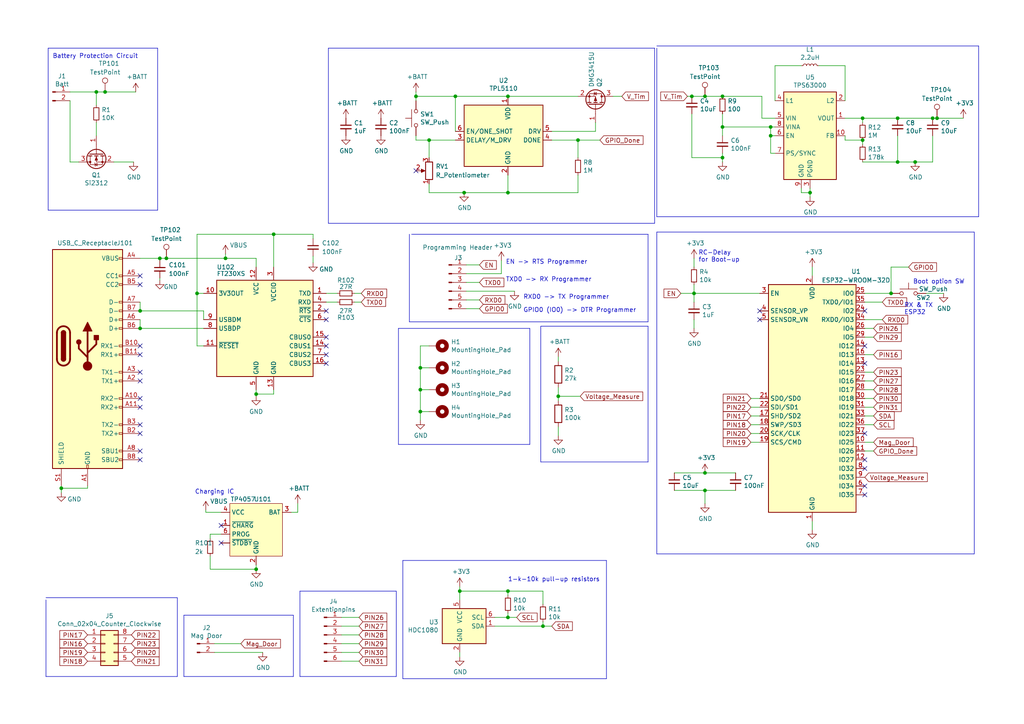
<source format=kicad_sch>
(kicad_sch (version 20231120) (generator "eeschema") (generator_version "8.0")
  (paper "A4")
  (title_block (title "Sensor Node") (date "2023-08-21") (rev "V2.00"))
  (junction (at 147.32 27.94))
  (junction (at 157.48 181.61))
  (junction (at 132.08 27.94))
  (junction (at 30.48 26.67))
  (junction (at 121.92 106.68))
  (junction (at 223.52 36.83))
  (junction (at 260.35 34.29))
  (junction (at 74.295 165.1))
  (junction (at 161.925 114.935))
  (junction (at 40.64 95.25))
  (junction (at 250.19 34.29))
  (junction (at 167.64 40.64))
  (junction (at 147.32 55.88))
  (junction (at 260.35 46.99))
  (junction (at 133.35 171.45))
  (junction (at 17.78 141.605))
  (junction (at 74.295 114.3))
  (junction (at 271.78 34.29))
  (junction (at 270.51 34.29))
  (junction (at 46.355 74.93))
  (junction (at 48.26 74.93))
  (junction (at 27.94 26.67))
  (junction (at 209.55 27.94))
  (junction (at 204.47 137.16))
  (junction (at 147.32 171.45))
  (junction (at 223.52 39.37))
  (junction (at 265.43 46.99))
  (junction (at 57.15 85.09))
  (junction (at 134.62 55.88))
  (junction (at 201.295 85.09))
  (junction (at 124.46 40.64))
  (junction (at 209.55 36.83))
  (junction (at 79.375 67.945))
  (junction (at 65.405 74.93))
  (junction (at 121.92 113.03))
  (junction (at 209.55 45.72))
  (junction (at 40.64 90.17))
  (junction (at 204.47 27.94))
  (junction (at 250.19 40.64))
  (junction (at 120.65 27.94))
  (junction (at 204.47 142.24))
  (junction (at 234.95 55.88))
  (junction (at 121.92 119.38))
  (junction (at 200.66 27.94))
  (junction (at 147.32 179.07))
  (junction (at 258.445 85.09))
  (no_connect (at 250.825 90.17))
  (no_connect (at 250.825 135.89))
  (no_connect (at 250.825 125.73))
  (no_connect (at 40.64 133.35))
  (no_connect (at 40.64 130.81))
  (no_connect (at 40.64 125.73))
  (no_connect (at 40.64 123.19))
  (no_connect (at 40.64 110.49))
  (no_connect (at 40.64 118.11))
  (no_connect (at 40.64 115.57))
  (no_connect (at 40.64 100.33))
  (no_connect (at 40.64 102.87))
  (no_connect (at 40.64 107.95))
  (no_connect (at 220.345 90.17))
  (no_connect (at 250.825 100.33))
  (no_connect (at 94.615 90.17))
  (no_connect (at 94.615 92.71))
  (no_connect (at 94.615 97.79))
  (no_connect (at 94.615 100.33))
  (no_connect (at 94.615 102.87))
  (no_connect (at 94.615 105.41))
  (no_connect (at 250.825 133.35))
  (no_connect (at 40.64 80.01))
  (no_connect (at 40.64 82.55))
  (no_connect (at 250.825 105.41))
  (no_connect (at 220.345 92.71))
  (no_connect (at 120.65 49.53))
  (no_connect (at 64.135 157.48))
  (no_connect (at 64.135 152.4))
  (no_connect (at 250.825 143.51))
  (no_connect (at 250.825 140.97))
  (wire (pts (xy 234.95 54.61) (xy 234.95 55.88)))
  (wire (pts (xy 121.92 121.92) (xy 121.92 119.38)))
  (polyline (pts (xy 118.745 67.945) (xy 118.745 93.345)))
  (polyline (pts (xy 189.865 64.77) (xy 189.865 13.97)))
  (wire (pts (xy 90.805 74.295) (xy 90.805 76.2)))
  (wire (pts (xy 48.26 74.93) (xy 65.405 74.93)))
  (wire (pts (xy 134.62 55.88) (xy 147.32 55.88)))
  (wire (pts (xy 57.15 67.945) (xy 79.375 67.945)))
  (wire (pts (xy 74.295 114.3) (xy 74.295 114.935)))
  (wire (pts (xy 104.14 189.23) (xy 99.06 189.23)))
  (wire (pts (xy 17.78 141.605) (xy 17.78 142.875)))
  (wire (pts (xy 65.405 73.66) (xy 65.405 74.93)))
  (wire (pts (xy 59.055 100.33) (xy 57.15 100.33)))
  (wire (pts (xy 220.98 27.94) (xy 220.98 34.29)))
  (wire (pts (xy 223.52 36.83) (xy 223.52 39.37)))
  (wire (pts (xy 201.295 85.09) (xy 201.295 87.63)))
  (polyline (pts (xy 282.575 160.655) (xy 282.575 67.31)))
  (wire (pts (xy 235.585 153.67) (xy 235.585 151.13)))
  (wire (pts (xy 59.055 85.09) (xy 57.15 85.09)))
  (wire (pts (xy 120.65 27.94) (xy 120.65 29.21)))
  (wire (pts (xy 33.02 46.99) (xy 38.735 46.99)))
  (wire (pts (xy 255.905 87.63) (xy 250.825 87.63)))
  (wire (pts (xy 224.79 36.83) (xy 223.52 36.83)))
  (polyline (pts (xy 13.335 173.355) (xy 51.435 173.355)))
  (wire (pts (xy 161.925 114.935) (xy 168.275 114.935)))
  (polyline (pts (xy 95.25 13.97) (xy 95.25 64.77)))
  (wire (pts (xy 40.64 95.25) (xy 59.055 95.25)))
  (wire (pts (xy 147.32 55.88) (xy 147.32 50.8)))
  (wire (pts (xy 253.365 123.19) (xy 250.825 123.19)))
  (wire (pts (xy 30.48 26.67) (xy 39.37 26.67)))
  (wire (pts (xy 46.355 74.93) (xy 46.355 75.565)))
  (wire (pts (xy 201.295 85.09) (xy 220.345 85.09)))
  (wire (pts (xy 99.06 186.69) (xy 104.14 186.69)))
  (wire (pts (xy 145.415 75.565) (xy 145.415 79.375)))
  (wire (pts (xy 143.51 181.61) (xy 157.48 181.61)))
  (wire (pts (xy 245.11 19.05) (xy 245.11 29.21)))
  (wire (pts (xy 250.825 85.09) (xy 258.445 85.09)))
  (wire (pts (xy 104.14 179.07) (xy 99.06 179.07)))
  (wire (pts (xy 260.35 46.99) (xy 265.43 46.99)))
  (polyline (pts (xy 13.335 196.215) (xy 51.435 196.215)))
  (wire (pts (xy 147.32 179.07) (xy 147.32 177.8)))
  (polyline (pts (xy 187.96 67.945) (xy 187.96 93.345)))
  (wire (pts (xy 124.46 53.34) (xy 124.46 55.88)))
  (wire (pts (xy 59.69 147.955) (xy 59.69 148.59)))
  (wire (pts (xy 209.55 45.72) (xy 209.55 44.45)))
  (polyline (pts (xy 119.38 67.945) (xy 187.96 67.945)))
  (wire (pts (xy 237.49 19.05) (xy 245.11 19.05)))
  (wire (pts (xy 232.41 55.88) (xy 234.95 55.88)))
  (wire (pts (xy 250.19 34.29) (xy 260.35 34.29)))
  (wire (pts (xy 20.32 26.67) (xy 27.94 26.67)))
  (wire (pts (xy 199.39 27.94) (xy 200.66 27.94)))
  (wire (pts (xy 102.87 85.09) (xy 104.775 85.09)))
  (wire (pts (xy 250.19 35.56) (xy 250.19 34.29)))
  (wire (pts (xy 40.64 87.63) (xy 40.64 90.17)))
  (wire (pts (xy 20.32 46.99) (xy 22.86 46.99)))
  (polyline (pts (xy 190.5 160.655) (xy 282.575 160.655)))
  (polyline (pts (xy 95.25 13.97) (xy 189.865 13.97)))
  (wire (pts (xy 224.79 29.21) (xy 224.79 19.05)))
  (wire (pts (xy 204.47 137.16) (xy 213.36 137.16)))
  (polyline (pts (xy 116.84 162.56) (xy 175.895 162.56)))
  (wire (pts (xy 40.64 90.17) (xy 59.055 90.17)))
  (wire (pts (xy 124.46 40.64) (xy 132.08 40.64)))
  (polyline (pts (xy 114.935 171.45) (xy 114.935 196.215)))
  (wire (pts (xy 65.405 74.93) (xy 74.295 74.93)))
  (polyline (pts (xy 53.34 196.215) (xy 85.09 196.215)))
  (polyline (pts (xy 187.96 133.985) (xy 187.96 94.615)))
  (wire (pts (xy 223.52 36.83) (xy 209.55 36.83)))
  (wire (pts (xy 167.64 40.64) (xy 173.99 40.64)))
  (wire (pts (xy 271.78 34.29) (xy 279.4 34.29)))
  (polyline (pts (xy 190.5 67.31) (xy 190.5 160.655)))
  (wire (pts (xy 121.92 100.33) (xy 121.92 106.68)))
  (wire (pts (xy 220.345 123.19) (xy 217.805 123.19)))
  (wire (pts (xy 79.375 67.945) (xy 79.375 77.47)))
  (wire (pts (xy 60.96 156.21) (xy 60.96 154.94)))
  (wire (pts (xy 86.36 148.59) (xy 86.36 146.05)))
  (polyline (pts (xy 53.34 178.435) (xy 53.34 196.215)))
  (wire (pts (xy 124.46 106.68) (xy 121.92 106.68)))
  (wire (pts (xy 59.055 90.17) (xy 59.055 92.71)))
  (polyline (pts (xy 175.895 196.85) (xy 175.895 162.56)))
  (wire (pts (xy 147.32 27.94) (xy 167.64 27.94)))
  (polyline (pts (xy 45.72 60.96) (xy 13.97 60.96)))
  (wire (pts (xy 245.11 40.64) (xy 245.11 39.37)))
  (wire (pts (xy 223.52 39.37) (xy 224.79 39.37)))
  (wire (pts (xy 121.92 106.68) (xy 121.92 113.03)))
  (wire (pts (xy 200.66 45.72) (xy 209.55 45.72)))
  (polyline (pts (xy 114.935 196.215) (xy 86.995 196.215)))
  (wire (pts (xy 74.295 74.93) (xy 74.295 77.47)))
  (wire (pts (xy 132.08 38.1) (xy 132.08 27.94)))
  (wire (pts (xy 17.78 140.97) (xy 17.78 141.605)))
  (wire (pts (xy 40.64 92.71) (xy 40.64 95.25)))
  (polyline (pts (xy 86.995 171.45) (xy 86.995 196.215)))
  (polyline (pts (xy 283.845 62.865) (xy 283.845 13.335)))
  (wire (pts (xy 253.365 110.49) (xy 250.825 110.49)))
  (wire (pts (xy 209.55 27.94) (xy 220.98 27.94)))
  (wire (pts (xy 250.19 41.91) (xy 250.19 40.64)))
  (wire (pts (xy 161.925 123.825) (xy 161.925 126.365)))
  (wire (pts (xy 133.35 171.45) (xy 133.35 170.18)))
  (wire (pts (xy 147.32 179.07) (xy 149.86 179.07)))
  (wire (pts (xy 209.55 36.83) (xy 209.55 39.37)))
  (polyline (pts (xy 86.995 171.45) (xy 114.935 171.45)))
  (wire (pts (xy 234.95 55.88) (xy 234.95 57.15)))
  (wire (pts (xy 157.48 181.61) (xy 160.02 181.61)))
  (wire (pts (xy 260.35 39.37) (xy 260.35 46.99)))
  (polyline (pts (xy 153.67 128.905) (xy 153.67 95.25)))
  (wire (pts (xy 250.825 128.27) (xy 253.365 128.27)))
  (wire (pts (xy 147.32 27.94) (xy 132.08 27.94)))
  (wire (pts (xy 121.92 113.03) (xy 121.92 119.38)))
  (wire (pts (xy 57.15 85.09) (xy 57.15 100.33)))
  (wire (pts (xy 145.415 79.375) (xy 135.255 79.375)))
  (wire (pts (xy 200.66 33.02) (xy 200.66 45.72)))
  (wire (pts (xy 121.92 119.38) (xy 124.46 119.38)))
  (wire (pts (xy 220.345 115.57) (xy 217.805 115.57)))
  (polyline (pts (xy 53.34 178.435) (xy 85.09 178.435)))
  (polyline (pts (xy 13.97 60.96) (xy 13.97 13.97)))
  (wire (pts (xy 57.15 67.945) (xy 57.15 85.09)))
  (wire (pts (xy 250.19 46.99) (xy 260.35 46.99)))
  (wire (pts (xy 120.65 40.64) (xy 124.46 40.64)))
  (wire (pts (xy 27.94 26.67) (xy 30.48 26.67)))
  (wire (pts (xy 160.02 38.1) (xy 172.72 38.1)))
  (wire (pts (xy 250.825 97.79) (xy 253.365 97.79)))
  (polyline (pts (xy 115.57 95.25) (xy 153.67 95.25)))
  (wire (pts (xy 160.02 40.64) (xy 167.64 40.64)))
  (wire (pts (xy 139.065 81.915) (xy 135.255 81.915)))
  (polyline (pts (xy 13.335 173.99) (xy 13.335 196.215)))
  (wire (pts (xy 167.64 55.88) (xy 167.64 50.8)))
  (wire (pts (xy 25.4 141.605) (xy 25.4 140.97)))
  (wire (pts (xy 245.11 40.64) (xy 250.19 40.64)))
  (polyline (pts (xy 51.435 196.215) (xy 51.435 173.355)))
  (wire (pts (xy 124.46 100.33) (xy 121.92 100.33)))
  (wire (pts (xy 220.345 118.11) (xy 217.805 118.11)))
  (wire (pts (xy 147.32 171.45) (xy 133.35 171.45)))
  (wire (pts (xy 197.485 85.09) (xy 201.295 85.09)))
  (wire (pts (xy 124.46 55.88) (xy 134.62 55.88)))
  (polyline (pts (xy 156.845 133.985) (xy 187.96 133.985)))
  (polyline (pts (xy 190.5 13.335) (xy 283.845 13.335)))
  (wire (pts (xy 201.295 77.47) (xy 201.295 74.93)))
  (wire (pts (xy 94.615 85.09) (xy 97.79 85.09)))
  (wire (pts (xy 201.295 82.55) (xy 201.295 85.09)))
  (wire (pts (xy 157.48 175.26) (xy 157.48 171.45)))
  (polyline (pts (xy 115.57 128.905) (xy 153.67 128.905)))
  (wire (pts (xy 120.65 26.67) (xy 120.65 27.94)))
  (wire (pts (xy 195.58 137.16) (xy 204.47 137.16)))
  (wire (pts (xy 139.065 86.995) (xy 135.255 86.995)))
  (wire (pts (xy 253.365 120.65) (xy 250.825 120.65)))
  (wire (pts (xy 74.295 113.03) (xy 74.295 114.3)))
  (wire (pts (xy 84.455 148.59) (xy 86.36 148.59)))
  (polyline (pts (xy 116.84 162.56) (xy 116.84 196.85)))
  (wire (pts (xy 270.51 46.99) (xy 265.43 46.99)))
  (polyline (pts (xy 45.72 13.97) (xy 45.72 60.96)))
  (wire (pts (xy 223.52 44.45) (xy 223.52 39.37)))
  (wire (pts (xy 99.06 191.77) (xy 104.14 191.77)))
  (wire (pts (xy 99.06 181.61) (xy 104.14 181.61)))
  (wire (pts (xy 133.35 173.99) (xy 133.35 171.45)))
  (polyline (pts (xy 156.845 94.615) (xy 156.845 133.985)))
  (wire (pts (xy 260.35 34.29) (xy 270.51 34.29)))
  (wire (pts (xy 235.585 77.47) (xy 235.585 80.01)))
  (wire (pts (xy 120.65 39.37) (xy 120.65 40.64)))
  (wire (pts (xy 253.365 95.25) (xy 250.825 95.25)))
  (wire (pts (xy 74.295 163.83) (xy 74.295 165.1)))
  (wire (pts (xy 180.34 27.94) (xy 177.8 27.94)))
  (wire (pts (xy 143.51 179.07) (xy 147.32 179.07)))
  (wire (pts (xy 250.825 130.81) (xy 253.365 130.81)))
  (wire (pts (xy 59.69 148.59) (xy 64.135 148.59)))
  (wire (pts (xy 268.605 85.09) (xy 273.685 85.09)))
  (wire (pts (xy 204.47 142.24) (xy 195.58 142.24)))
  (wire (pts (xy 46.355 80.645) (xy 46.355 81.28)))
  (wire (pts (xy 20.32 46.99) (xy 20.32 29.21)))
  (wire (pts (xy 204.47 142.24) (xy 204.47 146.05)))
  (wire (pts (xy 124.46 40.64) (xy 124.46 45.72)))
  (wire (pts (xy 270.51 39.37) (xy 270.51 46.99)))
  (wire (pts (xy 161.925 116.205) (xy 161.925 114.935)))
  (wire (pts (xy 27.94 35.56) (xy 27.94 39.37)))
  (wire (pts (xy 79.375 114.3) (xy 79.375 113.03)))
  (wire (pts (xy 209.55 46.99) (xy 209.55 45.72)))
  (wire (pts (xy 135.255 89.535) (xy 139.065 89.535)))
  (wire (pts (xy 224.79 19.05) (xy 232.41 19.05)))
  (polyline (pts (xy 13.97 13.97) (xy 45.72 13.97)))
  (polyline (pts (xy 85.09 196.215) (xy 85.09 178.435)))
  (polyline (pts (xy 115.57 95.25) (xy 115.57 128.905)))
  (wire (pts (xy 94.615 87.63) (xy 97.79 87.63)))
  (wire (pts (xy 161.925 114.935) (xy 161.925 112.395)))
  (wire (pts (xy 253.365 118.11) (xy 250.825 118.11)))
  (wire (pts (xy 250.825 92.71) (xy 255.905 92.71)))
  (wire (pts (xy 201.295 95.25) (xy 201.295 92.71)))
  (wire (pts (xy 90.805 67.945) (xy 79.375 67.945)))
  (wire (pts (xy 17.78 141.605) (xy 25.4 141.605)))
  (wire (pts (xy 220.98 34.29) (xy 224.79 34.29)))
  (wire (pts (xy 263.525 77.47) (xy 258.445 77.47)))
  (wire (pts (xy 245.11 34.29) (xy 250.19 34.29)))
  (polyline (pts (xy 190.5 62.865) (xy 283.845 62.865)))
  (wire (pts (xy 250.825 107.95) (xy 253.365 107.95)))
  (wire (pts (xy 40.64 74.93) (xy 46.355 74.93)))
  (wire (pts (xy 232.41 54.61) (xy 232.41 55.88)))
  (wire (pts (xy 253.365 115.57) (xy 250.825 115.57)))
  (wire (pts (xy 133.35 190.5) (xy 133.35 189.23)))
  (wire (pts (xy 217.805 128.27) (xy 220.345 128.27)))
  (polyline (pts (xy 190.5 67.31) (xy 282.575 67.31)))
  (wire (pts (xy 258.445 77.47) (xy 258.445 85.09)))
  (wire (pts (xy 167.64 55.88) (xy 147.32 55.88)))
  (wire (pts (xy 104.14 184.15) (xy 99.06 184.15)))
  (wire (pts (xy 147.32 172.72) (xy 147.32 171.45)))
  (polyline (pts (xy 187.96 93.345) (xy 118.745 93.345)))
  (wire (pts (xy 213.36 142.24) (xy 204.47 142.24)))
  (wire (pts (xy 90.805 69.215) (xy 90.805 67.945)))
  (polyline (pts (xy 95.25 64.77) (xy 189.865 64.77)))
  (polyline (pts (xy 156.845 94.615) (xy 187.96 94.615)))
  (wire (pts (xy 60.96 154.94) (xy 64.135 154.94)))
  (wire (pts (xy 74.295 114.3) (xy 79.375 114.3)))
  (wire (pts (xy 135.255 76.835) (xy 139.065 76.835)))
  (wire (pts (xy 46.355 74.93) (xy 48.26 74.93)))
  (wire (pts (xy 172.72 38.1) (xy 172.72 35.56)))
  (wire (pts (xy 167.64 45.72) (xy 167.64 40.64)))
  (wire (pts (xy 220.345 120.65) (xy 217.805 120.65)))
  (wire (pts (xy 220.345 125.73) (xy 217.805 125.73)))
  (wire (pts (xy 62.23 186.69) (xy 69.85 186.69)))
  (wire (pts (xy 209.55 36.83) (xy 209.55 33.02)))
  (wire (pts (xy 102.87 87.63) (xy 104.775 87.63)))
  (wire (pts (xy 253.365 102.87) (xy 250.825 102.87)))
  (wire (pts (xy 270.51 34.29) (xy 271.78 34.29)))
  (wire (pts (xy 149.225 84.455) (xy 135.255 84.455)))
  (polyline (pts (xy 190.5 13.97) (xy 190.5 62.865)))
  (wire (pts (xy 157.48 171.45) (xy 147.32 171.45)))
  (wire (pts (xy 27.94 26.67) (xy 27.94 30.48)))
  (polyline (pts (xy 116.84 196.85) (xy 175.895 196.85)))
  (wire (pts (xy 204.47 27.94) (xy 209.55 27.94)))
  (wire (pts (xy 124.46 113.03) (xy 121.92 113.03)))
  (wire (pts (xy 132.08 27.94) (xy 120.65 27.94)))
  (wire (pts (xy 157.48 181.61) (xy 157.48 180.34)))
  (wire (pts (xy 200.66 27.94) (xy 204.47 27.94)))
  (wire (pts (xy 74.295 165.1) (xy 60.96 165.1)))
  (wire (pts (xy 224.79 44.45) (xy 223.52 44.45)))
  (wire (pts (xy 76.2 189.23) (xy 62.23 189.23)))
  (wire (pts (xy 161.925 103.505) (xy 161.925 104.775)))
  (wire (pts (xy 253.365 113.03) (xy 250.825 113.03)))
  (wire (pts (xy 60.96 161.29) (xy 60.96 165.1)))
  (text "Charging IC" (at 56.515 143.51 0) (effects (font (size 1.27 1.27)) (justify left bottom)))
  (text "Boot option SW" (at 264.795 82.55 0) (effects (font (size 1.27 1.27)) (justify left bottom)))
  (text "RXD0 -> TX Programmer" (at 151.765 86.995 0) (effects (font (size 1.27 1.27)) (justify left bottom)))
  (text "1-k-10k pull-up resistors" (at 147.32 168.91 0) (effects (font (size 1.27 1.27)) (justify left bottom)))
  (text "EN -> RTS Programmer" (at 146.685 76.835 0) (effects (font (size 1.27 1.27)) (justify left bottom)))
  (text "RX & TX\nESP32" (at 262.255 91.44 0) (effects (font (size 1.27 1.27)) (justify left bottom)))
  (text "GPIO0 (IO0) -> DTR Programmer" (at 151.765 90.805 0) (effects (font (size 1.27 1.27)) (justify left bottom)))
  (text "Battery Protection Circuit" (at 15.24 17.145 0) (effects (font (size 1.27 1.27)) (justify left bottom)))
  (text "TXD0 -> RX Programmer" (at 146.685 81.915 0) (effects (font (size 1.27 1.27)) (justify left bottom)))
  (text "RC-Delay\nfor Boot-up" (at 202.565 76.2 0) (effects (font (size 1.27 1.27)) (justify left bottom)))
  (global_label "PIN30" (shape input) (at 104.14 189.23 0) (property "Intersheetrefs" "${INTERSHEET_REFS}" (effects (hide yes))))
  (global_label "PIN18" (shape input) (at 25.4 191.77 180) (property "Intersheetrefs" "${INTERSHEET_REFS}" (effects (hide yes))))
  (global_label "PIN23" (shape input) (at 253.365 107.95 0) (property "Intersheetrefs" "${INTERSHEET_REFS}" (effects (hide yes))))
  (global_label "TXD0" (shape input) (at 104.775 87.63 0) (property "Intersheetrefs" "${INTERSHEET_REFS}" (effects (hide yes))))
  (global_label "PIN20" (shape input) (at 217.805 125.73 180) (property "Intersheetrefs" "${INTERSHEET_REFS}" (effects (hide yes))))
  (global_label "PIN28" (shape input) (at 104.14 184.15 0) (property "Intersheetrefs" "${INTERSHEET_REFS}" (effects (hide yes))))
  (global_label "Mag_Door" (shape input) (at 253.365 128.27 0) (property "Intersheetrefs" "${INTERSHEET_REFS}" (effects (hide yes))))
  (global_label "EN" (shape input) (at 139.065 76.835 0) (property "Intersheetrefs" "${INTERSHEET_REFS}" (effects (hide yes))))
  (global_label "PIN21" (shape input) (at 217.805 115.57 180) (property "Intersheetrefs" "${INTERSHEET_REFS}" (effects (hide yes))))
  (global_label "SDA" (shape input) (at 160.02 181.61 0) (property "Intersheetrefs" "${INTERSHEET_REFS}" (effects (hide yes))))
  (global_label "V_Tim" (shape input) (at 199.39 27.94 180) (property "Intersheetrefs" "${INTERSHEET_REFS}" (effects (hide yes))))
  (global_label "PIN27" (shape input) (at 104.14 181.61 0) (property "Intersheetrefs" "${INTERSHEET_REFS}" (effects (hide yes))))
  (global_label "PIN27" (shape input) (at 253.365 110.49 0) (property "Intersheetrefs" "${INTERSHEET_REFS}" (effects (hide yes))))
  (global_label "PIN31" (shape input) (at 253.365 118.11 0) (property "Intersheetrefs" "${INTERSHEET_REFS}" (effects (hide yes))))
  (global_label "Mag_Door" (shape input) (at 69.85 186.69 0) (property "Intersheetrefs" "${INTERSHEET_REFS}" (effects (hide yes))))
  (global_label "PIN29" (shape input) (at 253.365 97.79 0) (property "Intersheetrefs" "${INTERSHEET_REFS}" (effects (hide yes))))
  (global_label "Voltage_Measure" (shape input) (at 250.825 138.43 0) (property "Intersheetrefs" "${INTERSHEET_REFS}" (effects (hide yes))))
  (global_label "PIN19" (shape input) (at 217.805 128.27 180) (property "Intersheetrefs" "${INTERSHEET_REFS}" (effects (hide yes))))
  (global_label "PIN21" (shape input) (at 38.1 191.77 0) (property "Intersheetrefs" "${INTERSHEET_REFS}" (effects (hide yes))))
  (global_label "PIN22" (shape input) (at 38.1 184.15 0) (property "Intersheetrefs" "${INTERSHEET_REFS}" (effects (hide yes))))
  (global_label "PIN20" (shape input) (at 38.1 189.23 0) (property "Intersheetrefs" "${INTERSHEET_REFS}" (effects (hide yes))))
  (global_label "GPIO_Done" (shape input) (at 173.99 40.64 0) (property "Intersheetrefs" "${INTERSHEET_REFS}" (effects (hide yes))))
  (global_label "SCL" (shape input) (at 149.86 179.07 0) (property "Intersheetrefs" "${INTERSHEET_REFS}" (effects (hide yes))))
  (global_label "EN" (shape input) (at 197.485 85.09 180) (property "Intersheetrefs" "${INTERSHEET_REFS}" (effects (hide yes))))
  (global_label "PIN28" (shape input) (at 253.365 113.03 0) (property "Intersheetrefs" "${INTERSHEET_REFS}" (effects (hide yes))))
  (global_label "PIN31" (shape input) (at 104.14 191.77 0) (property "Intersheetrefs" "${INTERSHEET_REFS}" (effects (hide yes))))
  (global_label "PIN26" (shape input) (at 104.14 179.07 0) (property "Intersheetrefs" "${INTERSHEET_REFS}" (effects (hide yes))))
  (global_label "PIN30" (shape input) (at 253.365 115.57 0) (property "Intersheetrefs" "${INTERSHEET_REFS}" (effects (hide yes))))
  (global_label "RXD0" (shape input) (at 139.065 86.995 0) (property "Intersheetrefs" "${INTERSHEET_REFS}" (effects (hide yes))))
  (global_label "TXD0" (shape input) (at 255.905 87.63 0) (property "Intersheetrefs" "${INTERSHEET_REFS}" (effects (hide yes))))
  (global_label "PIN17" (shape input) (at 25.4 184.15 180) (property "Intersheetrefs" "${INTERSHEET_REFS}" (effects (hide yes))))
  (global_label "PIN23" (shape input) (at 38.1 186.69 0) (property "Intersheetrefs" "${INTERSHEET_REFS}" (effects (hide yes))))
  (global_label "GPIO0" (shape input) (at 263.525 77.47 0) (property "Intersheetrefs" "${INTERSHEET_REFS}" (effects (hide yes))))
  (global_label "RXD0" (shape input) (at 104.775 85.09 0) (property "Intersheetrefs" "${INTERSHEET_REFS}" (effects (hide yes))))
  (global_label "PIN26" (shape input) (at 253.365 95.25 0) (property "Intersheetrefs" "${INTERSHEET_REFS}" (effects (hide yes))))
  (global_label "PIN29" (shape input) (at 104.14 186.69 0) (property "Intersheetrefs" "${INTERSHEET_REFS}" (effects (hide yes))))
  (global_label "PIN17" (shape input) (at 217.805 120.65 180) (property "Intersheetrefs" "${INTERSHEET_REFS}" (effects (hide yes))))
  (global_label "SDA" (shape input) (at 253.365 120.65 0) (property "Intersheetrefs" "${INTERSHEET_REFS}" (effects (hide yes))))
  (global_label "GPIO0" (shape input) (at 139.065 89.535 0) (property "Intersheetrefs" "${INTERSHEET_REFS}" (effects (hide yes))))
  (global_label "PIN16" (shape input) (at 25.4 186.69 180) (property "Intersheetrefs" "${INTERSHEET_REFS}" (effects (hide yes))))
  (global_label "SCL" (shape input) (at 253.365 123.19 0) (property "Intersheetrefs" "${INTERSHEET_REFS}" (effects (hide yes))))
  (global_label "GPIO_Done" (shape input) (at 253.365 130.81 0) (property "Intersheetrefs" "${INTERSHEET_REFS}" (effects (hide yes))))
  (global_label "V_Tim" (shape input) (at 180.34 27.94 0) (property "Intersheetrefs" "${INTERSHEET_REFS}" (effects (hide yes))))
  (global_label "RXD0" (shape input) (at 255.905 92.71 0) (property "Intersheetrefs" "${INTERSHEET_REFS}" (effects (hide yes))))
  (global_label "PIN18" (shape input) (at 217.805 123.19 180) (property "Intersheetrefs" "${INTERSHEET_REFS}" (effects (hide yes))))
  (global_label "Voltage_Measure" (shape input) (at 168.275 114.935 0) (property "Intersheetrefs" "${INTERSHEET_REFS}" (effects (hide yes))))
  (global_label "PIN19" (shape input) (at 25.4 189.23 180) (property "Intersheetrefs" "${INTERSHEET_REFS}" (effects (hide yes))))
  (global_label "PIN16" (shape input) (at 253.365 102.87 0) (property "Intersheetrefs" "${INTERSHEET_REFS}" (effects (hide yes))))
  (global_label "TXD0" (shape input) (at 139.065 81.915 0) (property "Intersheetrefs" "${INTERSHEET_REFS}" (effects (hide yes))))
  (global_label "PIN22" (shape input) (at 217.805 118.11 180) (property "Intersheetrefs" "${INTERSHEET_REFS}" (effects (hide yes))))
  (symbol (lib_id "power:GND") (at 235.585 153.67 0) (unit 1)
    (property "Reference" "#PWR017" (effects (hide yes)))
    (property "Value" "GND" (at 235.712 158.0642 0))
  )
  (symbol (lib_id "power:GND") (at 149.225 84.455 0) (unit 1)
    (property "Reference" "#PWR07" (effects (hide yes)))
    (property "Value" "GND" (at 149.352 88.8492 0))
  )
  (symbol (lib_id "Connector:Conn_01x02_Male") (at 57.15 186.69 0) (unit 1)
    (property "Reference" "J2" (at 59.8932 182.0926 0))
    (property "Value" "Mag Door" (at 59.8932 184.404 0))
    (property "Footprint" "KiCad_Files:JST_2x1_XH_SM4_TB_P2.54mm" (effects (hide yes)))
  )
  (symbol (lib_id "RF_Module:ESP32-WROOM-32D") (at 235.585 115.57 0) (unit 1)
    (property "Reference" "U1" (at 248.285 78.74 0))
    (property "Value" "ESP32-WROOM-32D" (at 248.285 81.28 0))
    (property "Footprint" "RF_Module:ESP32-WROOM-32" (effects (hide yes)))
    (property "Datasheet" "https://www.espressif.com/sites/default/files/documentation/esp32-wroom-32d_esp32-wroom-32u_datasheet_en.pdf" (effects (hide yes)))
    (property "LCSC Part #" "C473012" (effects (hide yes)))
  )
  (symbol (lib_id "Device:R") (at 161.925 108.585 0) (unit 1)
    (property "Reference" "R2" (at 163.703 107.4166 0) (effects (justify left)))
    (property "Value" "27k" (at 163.703 109.728 0) (effects (justify left)))
    (property "Footprint" "Resistor_SMD:R_0603_1608Metric_Pad1.05x0.95mm_HandSolder" (effects (hide yes)))
    (property "LCSC Part #" "C22967" (effects (hide yes)))
  )
  (symbol (lib_id "Device:R") (at 161.925 120.015 0) (unit 1)
    (property "Reference" "R3" (at 163.703 118.8466 0) (effects (justify left)))
    (property "Value" "100k" (at 163.703 121.158 0) (effects (justify left)))
    (property "Footprint" "Resistor_SMD:R_0603_1608Metric_Pad1.05x0.95mm_HandSolder" (effects (hide yes)))
    (property "LCSC Part #" "C25803" (effects (hide yes)))
  )
  (symbol (lib_id "power:GND") (at 201.295 95.25 0) (unit 1)
    (property "Reference" "#PWR013" (effects (hide yes)))
    (property "Value" "GND" (at 201.422 99.6442 0))
  )
  (symbol (lib_id "Sensor_Humidity:HDC1080") (at 135.89 181.61 0) (unit 1)
    (property "Reference" "U3" (at 127.1778 180.4416 0) (effects (justify right)))
    (property "Value" "HDC1080" (at 127.1778 182.753 0) (effects (justify right)))
    (property "Footprint" "Package_SON:Texas_PWSON-N6" (effects (hide yes)))
    (property "Datasheet" "http://www.ti.com/lit/ds/symlink/hdc1080.pdf" (effects (hide yes)))
    (property "LCSC Part #" "C82227" (effects (hide yes)))
  )
  (symbol (lib_id "Timer:TPL5110") (at 147.32 38.1 0) (unit 1)
    (property "Reference" "U2" (at 146.05 23.3426 0))
    (property "Value" "TPL5110" (at 146.05 25.654 0))
    (property "Footprint" "Package_TO_SOT_SMD:SOT-23-6" (effects (hide yes)))
    (property "Datasheet" "http://www.ti.com/lit/ds/symlink/tpl5110.pdf" (effects (hide yes)))
    (property "LCSC Part #" "C125830" (effects (hide yes)))
  )
  (symbol (lib_id "Connector:Conn_01x02_Male") (at 15.24 26.67 0) (unit 1)
    (property "Reference" "J1" (at 17.9832 22.0726 0))
    (property "Value" "Batt" (at 17.9832 24.384 0))
    (property "Footprint" "KiCad_Files:JST_2x1_XH_SM4_TB_P2.54mm" (effects (hide yes)))
  )
  (symbol (lib_id "Switch:SW_Push") (at 120.65 34.29 90) (unit 1)
    (property "Reference" "SW1" (at 121.8692 33.1216 90) (effects (justify right)))
    (property "Value" "SW_Push" (at 121.8692 35.433 90) (effects (justify right)))
    (property "Footprint" "KiCad_Files:SMD-Pushbutton-SW-4_5.1x5.1x1.5" (effects (hide yes)))
    (property "LCSC Part #" "C318884" (effects (hide yes)))
  )
  (symbol (lib_id "power:GND") (at 134.62 55.88 0) (unit 1)
    (property "Reference" "#PWR015" (effects (hide yes)))
    (property "Value" "GND" (at 134.747 60.2742 0))
  )
  (symbol (lib_id "power:+BATT") (at 120.65 26.67 0) (unit 1)
    (property "Reference" "#PWR014" (effects (hide yes)))
    (property "Value" "+BATT" (at 121.031 22.2758 0))
  )
  (symbol (lib_id "Transistor_FET:DMG2301L") (at 172.72 30.48 270) (mirror x) (unit 1)
    (property "Reference" "Q2" (at 173.8884 25.2984 0) (effects (justify left)))
    (property "Value" "DMG3415U" (at 171.577 25.2984 0) (effects (justify left)))
    (property "Footprint" "Package_TO_SOT_SMD:SOT-23" (effects (hide yes)))
    (property "Datasheet" "http://www.diodes.com/assets/Datasheets/ds31739.pdf" (effects (hide yes)))
    (property "LCSC Part #" "C96616" (effects (hide yes)))
  )
  (symbol (lib_id "Device:Q_NMOS_GSD") (at 27.94 44.45 90) (mirror x) (unit 1)
    (property "Reference" "Q1" (at 27.94 50.7746 90))
    (property "Value" "Si2312" (at 27.94 53.086 90))
    (property "Footprint" "Package_TO_SOT_SMD:SOT-23" (effects (hide yes)))
    (property "LCSC Part #" "C141520" (effects (hide yes)))
  )
  (symbol (lib_id "Device:R_Small") (at 27.94 33.02 0) (unit 1)
    (property "Reference" "R1" (at 29.4386 31.8516 0) (effects (justify left)))
    (property "Value" "10K" (at 29.4386 34.163 0) (effects (justify left)))
    (property "Footprint" "Resistor_SMD:R_0603_1608Metric_Pad1.05x0.95mm_HandSolder" (effects (hide yes)))
    (property "LCSC Part #" "C25804 " (effects (hide yes)))
  )
  (symbol (lib_id "power:+BATT") (at 86.36 146.05 0) (unit 1)
    (property "Reference" "#PWR01" (effects (hide yes)))
    (property "Value" "+BATT" (at 86.741 141.6558 0))
  )
  (symbol (lib_id "power:GND") (at 74.295 165.1 0) (unit 1)
    (property "Reference" "#PWR02" (effects (hide yes)))
    (property "Value" "GND" (at 74.422 169.4942 0))
  )
  (symbol (lib_id "Device:L_Small") (at 234.95 19.05 90) (unit 1)
    (property "Reference" "L1" (at 234.95 14.351 90))
    (property "Value" "2.2uH" (at 234.95 16.6624 90))
    (property "Footprint" "KiCad_Files:Inductor_MWSA0402S" (effects (hide yes)))
    (property "LCSC Part #" "C408335 " (effects (hide yes)))
  )
  (symbol (lib_id "Device:C_Small") (at 200.66 30.48 0) (unit 1)
    (property "Reference" "C4" (at 202.9968 29.3116 0) (effects (justify left)))
    (property "Value" "10uF" (at 202.9968 31.623 0) (effects (justify left)))
    (property "Footprint" "Capacitor_SMD:C_0805_2012Metric_Pad1.15x1.40mm_HandSolder" (effects (hide yes)))
    (property "LCSC Part #" "C15850 " (effects (hide yes)))
  )
  (symbol (lib_id "Device:C_Small") (at 260.35 36.83 0) (unit 1)
    (property "Reference" "C8" (at 262.6868 35.6616 0) (effects (justify left)))
    (property "Value" "10uF" (at 262.6868 37.973 0) (effects (justify left)))
    (property "Footprint" "Capacitor_SMD:C_0805_2012Metric_Pad1.15x1.40mm_HandSolder" (effects (hide yes)))
    (property "LCSC Part #" "C15850 " (effects (hide yes)))
  )
  (symbol (lib_id "Device:C_Small") (at 270.51 36.83 0) (unit 1)
    (property "Reference" "C9" (at 272.8468 35.6616 0) (effects (justify left)))
    (property "Value" "10uF" (at 272.8468 37.973 0) (effects (justify left)))
    (property "Footprint" "Capacitor_SMD:C_0805_2012Metric_Pad1.15x1.40mm_HandSolder" (effects (hide yes)))
    (property "LCSC Part #" "C15850 " (effects (hide yes)))
  )
  (symbol (lib_id "power:GND") (at 234.95 57.15 0) (unit 1)
    (property "Reference" "#PWR024" (effects (hide yes)))
    (property "Value" "GND" (at 235.077 61.5442 0))
  )
  (symbol (lib_id "power:GND") (at 265.43 46.99 0) (unit 1)
    (property "Reference" "#PWR026" (effects (hide yes)))
    (property "Value" "GND" (at 265.557 51.3842 0))
  )
  (symbol (lib_id "Device:C_Small") (at 209.55 41.91 0) (unit 1)
    (property "Reference" "C6" (at 211.8868 40.7416 0) (effects (justify left)))
    (property "Value" "100nF" (at 211.8868 43.053 0) (effects (justify left)))
    (property "Footprint" "Capacitor_SMD:C_0402_1005Metric" (effects (hide yes)))
    (property "LCSC Part #" "C1525" (effects (hide yes)))
  )
  (symbol (lib_id "Device:R_Small") (at 209.55 30.48 0) (unit 1)
    (property "Reference" "R9" (at 211.0486 29.3116 0) (effects (justify left)))
    (property "Value" "100" (at 211.0486 31.623 0) (effects (justify left)))
    (property "Footprint" "Resistor_SMD:R_0603_1608Metric_Pad1.05x0.95mm_HandSolder" (effects (hide yes)))
    (property "LCSC Part #" "C22775" (effects (hide yes)))
  )
  (symbol (lib_id "power:GND") (at 209.55 46.99 0) (unit 1)
    (property "Reference" "#PWR021" (effects (hide yes)))
    (property "Value" "GND" (at 209.677 51.3842 0))
  )
  (symbol (lib_id "power:+3V3") (at 279.4 34.29 0) (unit 1)
    (property "Reference" "#PWR027" (effects (hide yes)))
    (property "Value" "+3V3" (at 279.781 29.8958 0))
  )
  (symbol (lib_id "power:+3V3") (at 133.35 170.18 0) (unit 1)
    (property "Reference" "#PWR019" (effects (hide yes)))
    (property "Value" "+3V3" (at 133.731 165.7858 0))
  )
  (symbol (lib_id "Device:R_Small") (at 147.32 175.26 0) (unit 1)
    (property "Reference" "R10" (at 148.8186 174.0916 0) (effects (justify left)))
    (property "Value" "10k" (at 148.8186 176.403 0) (effects (justify left)))
    (property "Footprint" "Resistor_SMD:R_0603_1608Metric_Pad1.05x0.95mm_HandSolder" (effects (hide yes)))
    (property "LCSC Part #" "C25804 " (effects (hide yes)))
  )
  (symbol (lib_id "Device:R_Small") (at 157.48 177.8 0) (unit 1)
    (property "Reference" "R11" (at 158.9786 176.6316 0) (effects (justify left)))
    (property "Value" "10k" (at 158.9786 178.943 0) (effects (justify left)))
    (property "Footprint" "Resistor_SMD:R_0603_1608Metric_Pad1.05x0.95mm_HandSolder" (effects (hide yes)))
    (property "LCSC Part #" "C25804 " (effects (hide yes)))
  )
  (symbol (lib_id "Device:C_Small") (at 195.58 139.7 0) (unit 1)
    (property "Reference" "C5" (at 197.9168 138.5316 0) (effects (justify left)))
    (property "Value" "10uF" (at 197.9168 140.843 0) (effects (justify left)))
    (property "Footprint" "Capacitor_SMD:C_0402_1005Metric" (effects (hide yes)))
    (property "LCSC Part #" "C15525 " (effects (hide yes)))
  )
  (symbol (lib_id "Device:C_Small") (at 213.36 139.7 0) (unit 1)
    (property "Reference" "C7" (at 215.6968 138.5316 0) (effects (justify left)))
    (property "Value" "100nF" (at 215.6968 140.843 0) (effects (justify left)))
    (property "Footprint" "Capacitor_SMD:C_0402_1005Metric" (effects (hide yes)))
    (property "LCSC Part #" "C1525" (effects (hide yes)))
  )
  (symbol (lib_id "power:+3V3") (at 204.47 137.16 0) (unit 1)
    (property "Reference" "#PWR022" (effects (hide yes)))
    (property "Value" "+3V3" (at 204.851 132.7658 0))
  )
  (symbol (lib_id "Device:C_Small") (at 201.295 90.17 0) (unit 1)
    (property "Reference" "C3" (at 203.6318 89.0016 0) (effects (justify left)))
    (property "Value" "1uF" (at 203.6318 91.313 0) (effects (justify left)))
    (property "Footprint" "Capacitor_SMD:C_0402_1005Metric" (effects (hide yes)))
    (property "LCSC Part #" "C52923" (effects (hide yes)))
  )
  (symbol (lib_id "Device:R_Small") (at 201.295 80.01 0) (unit 1)
    (property "Reference" "R4" (at 202.7936 78.8416 0) (effects (justify left)))
    (property "Value" "10k" (at 202.7936 81.153 0) (effects (justify left)))
    (property "Footprint" "Resistor_SMD:R_0603_1608Metric_Pad1.05x0.95mm_HandSolder" (effects (hide yes)))
    (property "LCSC Part #" "C25804 " (effects (hide yes)))
  )
  (symbol (lib_id "power:+3V3") (at 201.295 74.93 0) (unit 1)
    (property "Reference" "#PWR012" (effects (hide yes)))
    (property "Value" "+3V3" (at 201.676 70.5358 0))
  )
  (symbol (lib_id "Switch:SW_Push") (at 263.525 85.09 0) (unit 1)
    (property "Reference" "SW2" (at 269.875 86.36 0) (effects (justify right)))
    (property "Value" "SW_Push" (at 274.955 83.82 0) (effects (justify right)))
    (property "Footprint" "KiCad_Files:SMD-Pushbutton-SW-4_5.1x5.1x1.5" (effects (hide yes)))
    (property "LCSC Part #" "C318884" (effects (hide yes)))
  )
  (symbol (lib_id "power:GND") (at 133.35 190.5 0) (unit 1)
    (property "Reference" "#PWR020" (effects (hide yes)))
    (property "Value" "GND" (at 133.477 194.8942 0))
  )
  (symbol (lib_id "power:GND") (at 273.685 85.09 0) (unit 1)
    (property "Reference" "#PWR018" (effects (hide yes)))
    (property "Value" "GND" (at 273.812 89.4842 0))
  )
  (symbol (lib_id "Connector:Conn_01x06_Male") (at 130.175 81.915 0) (unit 1)
    (property "Reference" "J3" (at 132.9182 74.7776 0))
    (property "Value" "Programming Header" (at 132.715 71.755 0))
    (property "Footprint" "Connector_PinHeader_2.54mm:PinHeader_2x03_P2.54mm_Vertical" (effects (hide yes)))
  )
  (symbol (lib_id "power:+3V3") (at 145.415 75.565 0) (unit 1)
    (property "Reference" "#PWR03" (effects (hide yes)))
    (property "Value" "+3V3" (at 145.796 71.1708 0))
  )
  (symbol (lib_id "power:GND") (at 76.2 189.23 0) (unit 1)
    (property "Reference" "#PWR06" (effects (hide yes)))
    (property "Value" "GND" (at 76.327 193.6242 0))
  )
  (symbol (lib_id "power:GND") (at 161.925 126.365 0) (unit 1)
    (property "Reference" "#PWR05" (effects (hide yes)))
    (property "Value" "GND" (at 162.052 130.7592 0))
  )
  (symbol (lib_id "Connector:Conn_01x06_Male") (at 93.98 184.15 0) (unit 1)
    (property "Reference" "J4" (at 96.7232 174.4726 0))
    (property "Value" "Extentionpins" (at 96.7232 176.784 0))
    (property "Footprint" "Connector_PinHeader_2.54mm:PinHeader_1x06_P2.54mm_Vertical" (effects (hide yes)))
  )
  (symbol (lib_id "Mechanical:MountingHole_Pad") (at 127 100.33 270) (unit 1)
    (property "Reference" "H1" (at 130.81 99.1616 90) (effects (justify left)))
    (property "Value" "MountingHole_Pad" (at 130.81 101.473 90) (effects (justify left)))
    (property "Footprint" "MountingHole:MountingHole_3.2mm_M3_Pad_Via" (effects (hide yes)))
  )
  (symbol (lib_id "Mechanical:MountingHole_Pad") (at 127 106.68 270) (unit 1)
    (property "Reference" "H2" (at 130.81 105.5116 90) (effects (justify left)))
    (property "Value" "MountingHole_Pad" (at 130.81 107.823 90) (effects (justify left)))
    (property "Footprint" "MountingHole:MountingHole_3.2mm_M3_Pad_Via" (effects (hide yes)))
  )
  (symbol (lib_id "Mechanical:MountingHole_Pad") (at 127 113.03 270) (unit 1)
    (property "Reference" "H3" (at 130.81 111.8616 90) (effects (justify left)))
    (property "Value" "MountingHole_Pad" (at 130.81 114.173 90) (effects (justify left)))
    (property "Footprint" "MountingHole:MountingHole_3.2mm_M3_Pad_Via" (effects (hide yes)))
  )
  (symbol (lib_id "Mechanical:MountingHole_Pad") (at 127 119.38 270) (unit 1)
    (property "Reference" "H4" (at 130.81 118.2116 90) (effects (justify left)))
    (property "Value" "MountingHole_Pad" (at 130.81 120.523 90) (effects (justify left)))
    (property "Footprint" "MountingHole:MountingHole_3.2mm_M3_Pad_Via" (effects (hide yes)))
  )
  (symbol (lib_id "power:GND") (at 121.92 121.92 0) (unit 1)
    (property "Reference" "#PWR025" (effects (hide yes)))
    (property "Value" "GND" (at 122.047 126.3142 0))
  )
  (symbol (lib_id "power:+3V3") (at 235.585 77.47 0) (unit 1)
    (property "Reference" "#PWR016" (effects (hide yes)))
    (property "Value" "+3V3" (at 235.966 73.0758 0))
  )
  (symbol (lib_id "power:GND") (at 204.47 146.05 0) (unit 1)
    (property "Reference" "#PWR023" (effects (hide yes)))
    (property "Value" "GND" (at 204.597 150.4442 0))
  )
  (symbol (lib_id "power:+BATT") (at 110.49 34.29 0) (unit 1)
    (property "Reference" "#PWR010" (effects (hide yes)))
    (property "Value" "+BATT" (at 110.871 29.8958 0))
  )
  (symbol (lib_id "Device:C_Small") (at 110.49 36.83 0) (unit 1)
    (property "Reference" "C2" (at 112.8268 35.6616 0) (effects (justify left)))
    (property "Value" "100nF" (at 112.8268 37.973 0) (effects (justify left)))
    (property "Footprint" "Capacitor_SMD:C_0402_1005Metric" (effects (hide yes)))
    (property "LCSC Part #" "C1525" (effects (hide yes)))
  )
  (symbol (lib_id "power:GND") (at 110.49 39.37 0) (unit 1)
    (property "Reference" "#PWR011" (effects (hide yes)))
    (property "Value" "GND" (at 110.617 43.7642 0))
  )
  (symbol (lib_id "power:+BATT") (at 161.925 103.505 0) (unit 1)
    (property "Reference" "#PWR04" (effects (hide yes)))
    (property "Value" "+BATT" (at 162.306 99.1108 0))
  )
  (symbol (lib_id "power:+BATT") (at 100.33 34.29 0) (unit 1)
    (property "Reference" "#PWR08" (effects (hide yes)))
    (property "Value" "+BATT" (at 100.711 29.8958 0))
  )
  (symbol (lib_id "power:GND") (at 100.33 39.37 0) (unit 1)
    (property "Reference" "#PWR09" (effects (hide yes)))
    (property "Value" "GND" (at 100.457 43.7642 0))
  )
  (symbol (lib_id "Device:C_Small") (at 100.33 36.83 0) (unit 1)
    (property "Reference" "C1" (at 102.6668 35.6616 0) (effects (justify left)))
    (property "Value" "1uF" (at 102.6668 37.973 0) (effects (justify left)))
    (property "Footprint" "Capacitor_SMD:C_0402_1005Metric" (effects (hide yes)))
    (property "LCSC Part #" "C52923" (effects (hide yes)))
  )
  (symbol (lib_id "Connector_Generic:Conn_02x04_Counter_Clockwise") (at 30.48 186.69 0) (unit 1)
    (property "Reference" "J5" (at 31.75 178.6382 0))
    (property "Value" "Conn_02x04_Counter_Clockwise" (at 31.75 180.9496 0))
    (property "Footprint" "Connector_PinHeader_2.54mm:PinHeader_2x04_P2.54mm_Vertical" (effects (hide yes)))
  )
  (symbol (lib_id "Device:R_Small") (at 167.64 48.26 0) (unit 1)
    (property "Reference" "R8" (at 169.1386 47.0916 0) (effects (justify left)))
    (property "Value" "1M" (at 169.1386 49.403 0) (effects (justify left)))
    (property "Footprint" "Resistor_SMD:R_0805_2012Metric_Pad1.15x1.40mm_HandSolder" (effects (hide yes)))
    (property "LCSC Part #" "C17514" (effects (hide yes)))
  )
  (symbol (lib_id "Regulator_Switching:TPS63000") (at 234.95 39.37 0) (unit 1)
    (property "Reference" "U5" (at 234.95 22.4282 0))
    (property "Value" "TPS63000" (at 234.95 24.7396 0))
    (property "Footprint" "Package_SON:Texas_DRC0010J_ThermalVias" (effects (hide yes)))
    (property "Datasheet" "http://www.ti.com/lit/ds/symlink/tps63000.pdf" (effects (hide yes)))
    (property "LCSC Part #" "C24966" (effects (hide yes)))
  )
  (symbol (lib_id "Device:R_Small") (at 250.19 38.1 0) (unit 1)
    (property "Reference" "R12" (at 251.6886 36.9316 0) (effects (justify left)))
    (property "Value" "1M" (at 251.6886 39.243 0) (effects (justify left)))
    (property "Footprint" "Resistor_SMD:R_0805_2012Metric_Pad1.15x1.40mm_HandSolder" (effects (hide yes)))
    (property "LCSC Part #" "C17514" (effects (hide yes)))
  )
  (symbol (lib_id "Device:R_Small") (at 250.19 44.45 0) (unit 1)
    (property "Reference" "R13" (at 251.6886 43.2816 0) (effects (justify left)))
    (property "Value" "178k" (at 251.6886 45.593 0) (effects (justify left)))
    (property "Footprint" "Resistor_SMD:R_0805_2012Metric_Pad1.15x1.40mm_HandSolder" (effects (hide yes)))
    (property "LCSC Part #" "C17495" (effects (hide yes)))
  )
  (symbol (lib_id "Device:C_Small") (at 46.355 78.105 0) (unit 1)
    (property "Reference" "C101" (at 48.895 76.8412 0) (effects (justify left)))
    (property "Value" "100nF" (at 48.895 79.3812 0) (effects (justify left)))
  )
  (symbol (lib_id "power:GND") (at 38.735 46.99 0) (unit 1)
    (property "Reference" "#PWR105" (effects (hide yes)))
    (property "Value" "GND" (at 38.862 51.3842 0))
  )
  (symbol (lib_id "power:GND") (at 17.78 142.875 0) (unit 1)
    (property "Reference" "#PWR107" (effects (hide yes)))
    (property "Value" "GND" (at 21.59 144.78 0))
  )
  (symbol (lib_id "Device:C_Small") (at 90.805 71.755 0) (unit 1)
    (property "Reference" "C102" (at 93.345 70.4912 0) (effects (justify left)))
    (property "Value" "100nF" (at 93.345 73.0312 0) (effects (justify left)))
  )
  (symbol (lib_id "power:+BATT") (at 39.37 26.67 0) (unit 1)
    (property "Reference" "#PWR106" (effects (hide yes)))
    (property "Value" "+BATT" (at 39.751 22.2758 0))
  )
  (symbol (lib_id "Connector:TestPoint") (at 30.48 26.67 0) (unit 1)
    (property "Reference" "TP101" (at 28.575 18.415 0) (effects (justify left)))
    (property "Value" "TestPoint" (at 26.035 20.955 0) (effects (justify left)))
  )
  (symbol (lib_id "power:GND") (at 74.295 114.935 0) (unit 1)
    (property "Reference" "#PWR103" (effects (hide yes)))
    (property "Value" "GND" (at 74.295 119.38 0))
  )
  (symbol (lib_id "Device:R_Small") (at 100.33 85.09 90) (unit 1)
    (property "Reference" "R102" (at 100.33 81.28 90))
    (property "Value" "27R" (at 100.33 83.185 90))
  )
  (symbol (lib_id "power:VBUS") (at 59.69 147.955 0) (unit 1)
    (property "Reference" "#PWR108" (effects (hide yes)))
    (property "Value" "VBUS" (at 63.5 145.415 0))
  )
  (symbol (lib_id "Connector:TestPoint") (at 204.47 27.94 0) (unit 1)
    (property "Reference" "TP103" (at 202.565 19.685 0) (effects (justify left)))
    (property "Value" "TestPoint" (at 200.025 22.225 0) (effects (justify left)))
  )
  (symbol (lib_id "Device:R_Small") (at 60.96 158.75 0) (unit 1)
    (property "Reference" "R101" (at 56.515 157.48 0) (effects (justify left)))
    (property "Value" "2k" (at 56.515 160.02 0) (effects (justify left)))
  )
  (symbol (lib_id "Interface_USB:FT230XS") (at 76.835 95.25 0) (unit 1)
    (property "Reference" "U102" (at 62.865 77.47 0) (effects (justify left)))
    (property "Value" "FT230XS" (at 62.865 79.375 0) (effects (justify left)))
    (property "Footprint" "Package_SO:SSOP-16_3.9x4.9mm_P0.635mm" (effects (hide yes)))
    (property "Datasheet" "https://www.ftdichip.com/Support/Documents/DataSheets/ICs/DS_FT230X.pdf" (effects (hide yes)))
  )
  (symbol (lib_id "Connector:TestPoint") (at 48.26 74.93 0) (unit 1)
    (property "Reference" "TP102" (at 46.355 66.675 0) (effects (justify left)))
    (property "Value" "TestPoint" (at 43.815 69.215 0) (effects (justify left)))
  )
  (symbol (lib_id "power:GND") (at 90.805 76.2 0) (unit 1)
    (property "Reference" "#PWR101" (effects (hide yes)))
    (property "Value" "GND" (at 94.615 78.105 0))
  )
  (symbol (lib_id "Device:R_Small") (at 100.33 87.63 90) (unit 1)
    (property "Reference" "R103" (at 100.33 92.075 90))
    (property "Value" "27R" (at 100.33 90.17 90))
  )
  (symbol (lib_id "Private Lib:TP4057") (at 74.295 146.05 0) (unit 1)
    (property "Reference" "U101" (at 76.2 144.78 0))
    (property "Value" "TP4057" (at 70.485 144.78 0))
  )
  (symbol (lib_id "power:VBUS") (at 65.405 73.66 0) (unit 1)
    (property "Reference" "#PWR102" (effects (hide yes)))
    (property "Value" "VBUS" (at 69.215 71.12 0))
  )
  (symbol (lib_id "power:GND") (at 46.355 81.28 0) (unit 1)
    (property "Reference" "#PWR104" (effects (hide yes)))
    (property "Value" "GND" (at 49.53 83.185 0))
  )
  (symbol (lib_id "Connector:USB_C_Receptacle") (at 25.4 100.33 0) (unit 1)
    (property "Reference" "J101" (at 36.195 70.485 0))
    (property "Value" "USB_C_Receptacle" (at 25.4 70.485 0))
    (property "Datasheet" "https://www.usb.org/sites/default/files/documents/usb_type-c.zip" (effects (hide yes)))
  )
  (symbol (lib_id "Device:R_Potentiometer") (at 124.46 49.53 180) (unit 1)
    (property "Reference" "RV1" (at 126.365 48.2599 0) (effects (justify right)))
    (property "Value" "R_Potentiometer" (at 126.365 50.7999 0) (effects (justify right)))
    (property "Footprint" "Potentiometer_SMD:Potentiometer_Bourns_TC33X_Vertical" (effects (hide yes)))
  )
  (symbol (lib_id "Connector:TestPoint") (at 271.78 34.29 0) (unit 1)
    (property "Reference" "TP104" (at 269.875 26.035 0) (effects (justify left)))
    (property "Value" "TestPoint" (at 267.335 28.575 0) (effects (justify left)))
  )
)
</source>
